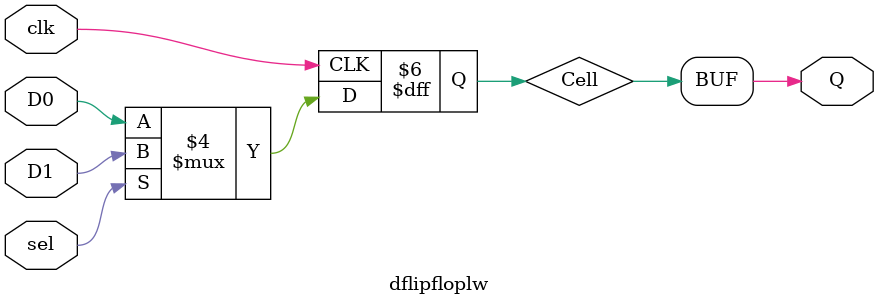
<source format=v>
`timescale 1ns / 1ps

/*
* -----------------------------------------------------------------
* COMPANY : Ruhr University Bochum
* AUTHOR  : Amir Moradi (amir.moradi@rub.de) Aein Rezaei Shahmirzadi (aein.rezaeishahmirzadi@rub.de)
* DOCUMENT: https://doi.org/10.46586/tches.v2021.i1.305-342
* -----------------------------------------------------------------
*
* Copyright (c) 2020, Amir Moradi, Aein Rezaei Shahmirzadi
*
* All rights reserved.
*
* THIS SOFTWARE IS PROVIDED BY THE COPYRIGHT HOLDERS AND CONTRIBUTORS "AS IS" AND
* ANY EXPRESS OR IMPLIED WARRANTIES, INCLUDING, BUT NOT LIMITED TO, THE IMPLIED
* WARRANTIES OF MERCHANTABILITY AND FITNESS FOR A PARTICULAR PURPOSE ARE
* DISCLAIMED. IN NO EVENT SHALL THE COPYRIGHT HOLDER OR CONTRIBUTERS BE LIABLE FOR ANY
* DIRECT, INDIRECT, INCIDENTAL, SPECIAL, EXEMPLARY, OR CONSEQUENTIAL DAMAGES
* (INCLUDING, BUT NOT LIMITED TO, PROCUREMENT OF SUBSTITUTE GOODS OR SERVICES;
* LOSS OF USE, DATA, OR PROFITS; OR BUSINESS INTERRUPTION) HOWEVER CAUSED AND
* ON ANY THEORY OF LIABILITY, WHETHER IN CONTRACT, STRICT LIABILITY, OR TORT
* (INCLUDING NEGLIGENCE OR OTHERWISE) ARISING IN ANY WAY OUT OF THE USE OF THIS
* SOFTWARE, EVEN IF ADVISED OF THE POSSIBILITY OF SUCH DAMAGE.
*
* Please see LICENSE and README for license and further instructions.
*/

module dflipfloplw (clk, sel, D0, D1, Q);
	input  clk, sel, D0, D1;
	output Q;
	
	reg Cell;


//	HDSDFPQ1 SFFInst ( .D(D0), .SD(D1), .SE(sel), .CK(clk), .Q(Q) );

	always @(posedge clk) 
	begin
		if(sel == 1'b1)
			Cell <= D1;
		else 
			Cell <= D0;
	end 
	
	assign Q=Cell;

endmodule 


</source>
